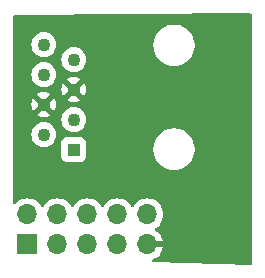
<source format=gbr>
%TF.GenerationSoftware,KiCad,Pcbnew,7.0.7*%
%TF.CreationDate,2023-11-14T16:51:01-06:00*%
%TF.ProjectId,Serial_To_RJ45,53657269-616c-45f5-946f-5f524a34352e,rev?*%
%TF.SameCoordinates,Original*%
%TF.FileFunction,Copper,L2,Bot*%
%TF.FilePolarity,Positive*%
%FSLAX46Y46*%
G04 Gerber Fmt 4.6, Leading zero omitted, Abs format (unit mm)*
G04 Created by KiCad (PCBNEW 7.0.7) date 2023-11-14 16:51:01*
%MOMM*%
%LPD*%
G01*
G04 APERTURE LIST*
%TA.AperFunction,ComponentPad*%
%ADD10R,1.700000X1.700000*%
%TD*%
%TA.AperFunction,ComponentPad*%
%ADD11O,1.700000X1.700000*%
%TD*%
%TA.AperFunction,ComponentPad*%
%ADD12R,1.100000X1.100000*%
%TD*%
%TA.AperFunction,ComponentPad*%
%ADD13C,1.100000*%
%TD*%
G04 APERTURE END LIST*
D10*
%TO.P,J2,1,Pin_1*%
%TO.N,unconnected-(J2-Pin_1-Pad1)*%
X194320416Y-122156440D03*
D11*
%TO.P,J2,2,Pin_2*%
%TO.N,unconnected-(J2-Pin_2-Pad2)*%
X194320416Y-119616440D03*
%TO.P,J2,3,Pin_3*%
%TO.N,/RXD*%
X196860416Y-122156440D03*
%TO.P,J2,4,Pin_4*%
%TO.N,unconnected-(J2-Pin_4-Pad4)*%
X196860416Y-119616440D03*
%TO.P,J2,5,Pin_5*%
%TO.N,/TXD*%
X199400416Y-122156440D03*
%TO.P,J2,6,Pin_6*%
%TO.N,unconnected-(J2-Pin_6-Pad6)*%
X199400416Y-119616440D03*
%TO.P,J2,7,Pin_7*%
%TO.N,unconnected-(J2-Pin_7-Pad7)*%
X201940416Y-122156440D03*
%TO.P,J2,8,Pin_8*%
%TO.N,unconnected-(J2-Pin_8-Pad8)*%
X201940416Y-119616440D03*
%TO.P,J2,9,Pin_9*%
%TO.N,GND*%
X204480416Y-122156440D03*
%TO.P,J2,10,Pin_10*%
%TO.N,unconnected-(J2-Pin_10-Pad10)*%
X204480416Y-119616440D03*
%TD*%
D12*
%TO.P,J1,1,1*%
%TO.N,unconnected-(J1-Pad1)*%
X198246446Y-114142053D03*
D13*
%TO.P,J1,2,2*%
%TO.N,unconnected-(J1-Pad2)*%
X195706446Y-112872053D03*
%TO.P,J1,3,3*%
%TO.N,/TXD*%
X198246446Y-111602053D03*
%TO.P,J1,4,4*%
%TO.N,GND*%
X195706446Y-110332053D03*
%TO.P,J1,5,5*%
X198246446Y-109062053D03*
%TO.P,J1,6,6*%
%TO.N,/RXD*%
X195706446Y-107792053D03*
%TO.P,J1,7,7*%
%TO.N,unconnected-(J1-Pad7)*%
X198246446Y-106522053D03*
%TO.P,J1,8,8*%
%TO.N,unconnected-(J1-Pad8)*%
X195706446Y-105252053D03*
%TD*%
%TA.AperFunction,Conductor*%
%TO.N,GND*%
G36*
X213267409Y-102620113D02*
G01*
X213313555Y-102672575D01*
X213325146Y-102724777D01*
X213349850Y-123772283D01*
X213330244Y-123839346D01*
X213277494Y-123885163D01*
X213222335Y-123896379D01*
X204999294Y-123663173D01*
X204932839Y-123641596D01*
X204888600Y-123587516D01*
X204880621Y-123518104D01*
X204911436Y-123455396D01*
X204950404Y-123426841D01*
X205157994Y-123330040D01*
X205351498Y-123194545D01*
X205518521Y-123027522D01*
X205654016Y-122834018D01*
X205753845Y-122619932D01*
X205753848Y-122619926D01*
X205811052Y-122406440D01*
X205093763Y-122406440D01*
X205026724Y-122386755D01*
X204980969Y-122333951D01*
X204971025Y-122264793D01*
X204974785Y-122247507D01*
X204980416Y-122228328D01*
X204980416Y-122084551D01*
X204974785Y-122065373D01*
X204974786Y-121995504D01*
X205012561Y-121936726D01*
X205076117Y-121907702D01*
X205093763Y-121906440D01*
X205811052Y-121906440D01*
X205811051Y-121906439D01*
X205753848Y-121692953D01*
X205753845Y-121692947D01*
X205654016Y-121478862D01*
X205654015Y-121478860D01*
X205518529Y-121285366D01*
X205518524Y-121285360D01*
X205351494Y-121118330D01*
X205165821Y-120988319D01*
X205122196Y-120933742D01*
X205115004Y-120864244D01*
X205146526Y-120801889D01*
X205165822Y-120785170D01*
X205166259Y-120784864D01*
X205351817Y-120654935D01*
X205518911Y-120487841D01*
X205654451Y-120294270D01*
X205754319Y-120080103D01*
X205815479Y-119851848D01*
X205836075Y-119616440D01*
X205815479Y-119381032D01*
X205754319Y-119152777D01*
X205654451Y-118938611D01*
X205648841Y-118930598D01*
X205518910Y-118745037D01*
X205351818Y-118577946D01*
X205351811Y-118577941D01*
X205158250Y-118442407D01*
X205158246Y-118442405D01*
X205158245Y-118442404D01*
X204944079Y-118342537D01*
X204944075Y-118342536D01*
X204944071Y-118342534D01*
X204715829Y-118281378D01*
X204715819Y-118281376D01*
X204480417Y-118260781D01*
X204480415Y-118260781D01*
X204245012Y-118281376D01*
X204245002Y-118281378D01*
X204016760Y-118342534D01*
X204016751Y-118342538D01*
X203802587Y-118442404D01*
X203802585Y-118442405D01*
X203609013Y-118577945D01*
X203441924Y-118745034D01*
X203311990Y-118930599D01*
X203257413Y-118974224D01*
X203187914Y-118981416D01*
X203125560Y-118949894D01*
X203108840Y-118930598D01*
X202978910Y-118745037D01*
X202811818Y-118577946D01*
X202811811Y-118577941D01*
X202618250Y-118442407D01*
X202618246Y-118442405D01*
X202618246Y-118442404D01*
X202404079Y-118342537D01*
X202404075Y-118342536D01*
X202404071Y-118342534D01*
X202175829Y-118281378D01*
X202175819Y-118281376D01*
X201940417Y-118260781D01*
X201940415Y-118260781D01*
X201705012Y-118281376D01*
X201705002Y-118281378D01*
X201476760Y-118342534D01*
X201476751Y-118342538D01*
X201262587Y-118442404D01*
X201262585Y-118442405D01*
X201069013Y-118577945D01*
X200901921Y-118745037D01*
X200771991Y-118930598D01*
X200717414Y-118974223D01*
X200647916Y-118981417D01*
X200585561Y-118949894D01*
X200568841Y-118930598D01*
X200438910Y-118745037D01*
X200271818Y-118577946D01*
X200271811Y-118577941D01*
X200078250Y-118442407D01*
X200078246Y-118442405D01*
X200078246Y-118442404D01*
X199864079Y-118342537D01*
X199864075Y-118342536D01*
X199864071Y-118342534D01*
X199635829Y-118281378D01*
X199635819Y-118281376D01*
X199400417Y-118260781D01*
X199400415Y-118260781D01*
X199165012Y-118281376D01*
X199165002Y-118281378D01*
X198936760Y-118342534D01*
X198936751Y-118342538D01*
X198722587Y-118442404D01*
X198722585Y-118442405D01*
X198529013Y-118577945D01*
X198361921Y-118745037D01*
X198231991Y-118930598D01*
X198177414Y-118974223D01*
X198107916Y-118981417D01*
X198045561Y-118949894D01*
X198028841Y-118930598D01*
X197898910Y-118745037D01*
X197731818Y-118577946D01*
X197731811Y-118577941D01*
X197538250Y-118442407D01*
X197538246Y-118442405D01*
X197538245Y-118442404D01*
X197324079Y-118342537D01*
X197324075Y-118342536D01*
X197324071Y-118342534D01*
X197095829Y-118281378D01*
X197095819Y-118281376D01*
X196860417Y-118260781D01*
X196860415Y-118260781D01*
X196625012Y-118281376D01*
X196625002Y-118281378D01*
X196396760Y-118342534D01*
X196396751Y-118342538D01*
X196182587Y-118442404D01*
X196182585Y-118442405D01*
X195989013Y-118577945D01*
X195821921Y-118745037D01*
X195691991Y-118930598D01*
X195637414Y-118974223D01*
X195567916Y-118981417D01*
X195505561Y-118949894D01*
X195488841Y-118930598D01*
X195358910Y-118745037D01*
X195191818Y-118577946D01*
X195191811Y-118577941D01*
X194998250Y-118442407D01*
X194998246Y-118442405D01*
X194998244Y-118442404D01*
X194784079Y-118342537D01*
X194784075Y-118342536D01*
X194784071Y-118342534D01*
X194555829Y-118281378D01*
X194555819Y-118281376D01*
X194320417Y-118260781D01*
X194320415Y-118260781D01*
X194085012Y-118281376D01*
X194085002Y-118281378D01*
X193856760Y-118342534D01*
X193856751Y-118342538D01*
X193642587Y-118442404D01*
X193642585Y-118442405D01*
X193449016Y-118577943D01*
X193298063Y-118728896D01*
X193236740Y-118762380D01*
X193167048Y-118757396D01*
X193111115Y-118715524D01*
X193086698Y-118650060D01*
X193086382Y-118640938D01*
X193095862Y-114739923D01*
X197195946Y-114739923D01*
X197195947Y-114739929D01*
X197202354Y-114799536D01*
X197252648Y-114934381D01*
X197252652Y-114934388D01*
X197338898Y-115049597D01*
X197338901Y-115049600D01*
X197454110Y-115135846D01*
X197454117Y-115135850D01*
X197588963Y-115186144D01*
X197588962Y-115186144D01*
X197595890Y-115186888D01*
X197648573Y-115192553D01*
X198844318Y-115192552D01*
X198903929Y-115186144D01*
X199038777Y-115135849D01*
X199153992Y-115049599D01*
X199240242Y-114934384D01*
X199290537Y-114799536D01*
X199296946Y-114739926D01*
X199296946Y-114228240D01*
X204995946Y-114228240D01*
X205016240Y-114362876D01*
X205035050Y-114487668D01*
X205035051Y-114487670D01*
X205035052Y-114487676D01*
X205112384Y-114738379D01*
X205226213Y-114974749D01*
X205226214Y-114974750D01*
X205226216Y-114974753D01*
X205226218Y-114974757D01*
X205336047Y-115135846D01*
X205374013Y-115191532D01*
X205552460Y-115383854D01*
X205552464Y-115383857D01*
X205552465Y-115383858D01*
X205757589Y-115547439D01*
X205984803Y-115678621D01*
X206229030Y-115774473D01*
X206484816Y-115832855D01*
X206484822Y-115832855D01*
X206484825Y-115832856D01*
X206680946Y-115847553D01*
X206680952Y-115847553D01*
X206811946Y-115847553D01*
X207008066Y-115832856D01*
X207008068Y-115832855D01*
X207008076Y-115832855D01*
X207263862Y-115774473D01*
X207508089Y-115678621D01*
X207735303Y-115547439D01*
X207940427Y-115383858D01*
X208118879Y-115191532D01*
X208266674Y-114974757D01*
X208380509Y-114738376D01*
X208457842Y-114487668D01*
X208496946Y-114228235D01*
X208496946Y-113965871D01*
X208457842Y-113706438D01*
X208380509Y-113455730D01*
X208329459Y-113349724D01*
X208266678Y-113219356D01*
X208266677Y-113219355D01*
X208266676Y-113219354D01*
X208266674Y-113219349D01*
X208118879Y-113002574D01*
X207997773Y-112872052D01*
X207940431Y-112810251D01*
X207900979Y-112778789D01*
X207735303Y-112646667D01*
X207508089Y-112515485D01*
X207263862Y-112419633D01*
X207263857Y-112419631D01*
X207263848Y-112419629D01*
X207046264Y-112369967D01*
X207008076Y-112361251D01*
X207008075Y-112361250D01*
X207008071Y-112361250D01*
X207008066Y-112361249D01*
X206811946Y-112346553D01*
X206811940Y-112346553D01*
X206680952Y-112346553D01*
X206680946Y-112346553D01*
X206484825Y-112361249D01*
X206484820Y-112361250D01*
X206229043Y-112419629D01*
X206229024Y-112419635D01*
X205984802Y-112515485D01*
X205757589Y-112646667D01*
X205552460Y-112810251D01*
X205374013Y-113002573D01*
X205226214Y-113219355D01*
X205226213Y-113219356D01*
X205112384Y-113455726D01*
X205035052Y-113706429D01*
X205035051Y-113706434D01*
X205035050Y-113706438D01*
X205020299Y-113804300D01*
X204995946Y-113965865D01*
X204995946Y-114228240D01*
X199296946Y-114228240D01*
X199296945Y-113544181D01*
X199290537Y-113484570D01*
X199280815Y-113458505D01*
X199240243Y-113349724D01*
X199240239Y-113349717D01*
X199153993Y-113234508D01*
X199153990Y-113234505D01*
X199038781Y-113148259D01*
X199038774Y-113148255D01*
X198903928Y-113097961D01*
X198903929Y-113097961D01*
X198844329Y-113091554D01*
X198844327Y-113091553D01*
X198844319Y-113091553D01*
X198844310Y-113091553D01*
X197648575Y-113091553D01*
X197648569Y-113091554D01*
X197588962Y-113097961D01*
X197454117Y-113148255D01*
X197454110Y-113148259D01*
X197338901Y-113234505D01*
X197338898Y-113234508D01*
X197252652Y-113349717D01*
X197252648Y-113349724D01*
X197202354Y-113484570D01*
X197195947Y-113544169D01*
X197195947Y-113544176D01*
X197195946Y-113544188D01*
X197195946Y-114739923D01*
X193095862Y-114739923D01*
X193100401Y-112872052D01*
X194650863Y-112872052D01*
X194671145Y-113077985D01*
X194701179Y-113176996D01*
X194731214Y-113276007D01*
X194828761Y-113458503D01*
X194828763Y-113458505D01*
X194960035Y-113618463D01*
X195056655Y-113697755D01*
X195119996Y-113749738D01*
X195302492Y-113847285D01*
X195500512Y-113907353D01*
X195500511Y-113907353D01*
X195518975Y-113909171D01*
X195706446Y-113927636D01*
X195912380Y-113907353D01*
X196110400Y-113847285D01*
X196292896Y-113749738D01*
X196452856Y-113618463D01*
X196584131Y-113458503D01*
X196681678Y-113276007D01*
X196741746Y-113077987D01*
X196762029Y-112872053D01*
X196741746Y-112666119D01*
X196681678Y-112468099D01*
X196584131Y-112285603D01*
X196504444Y-112188503D01*
X196452856Y-112125642D01*
X196335123Y-112029022D01*
X196292896Y-111994368D01*
X196110400Y-111896821D01*
X195912380Y-111836753D01*
X195912378Y-111836752D01*
X195912380Y-111836752D01*
X195724909Y-111818288D01*
X195706446Y-111816470D01*
X195706445Y-111816470D01*
X195500513Y-111836752D01*
X195302489Y-111896822D01*
X195192344Y-111955696D01*
X195119996Y-111994368D01*
X195119994Y-111994369D01*
X195119993Y-111994370D01*
X194960035Y-112125642D01*
X194828763Y-112285600D01*
X194731215Y-112468096D01*
X194671145Y-112666120D01*
X194650863Y-112872052D01*
X193100401Y-112872052D01*
X193103487Y-111602052D01*
X197190863Y-111602052D01*
X197211145Y-111807985D01*
X197219872Y-111836753D01*
X197271214Y-112006007D01*
X197368761Y-112188503D01*
X197368763Y-112188505D01*
X197500035Y-112348463D01*
X197586757Y-112419633D01*
X197659996Y-112479738D01*
X197842492Y-112577285D01*
X198040512Y-112637353D01*
X198040511Y-112637353D01*
X198058975Y-112639171D01*
X198246446Y-112657636D01*
X198452380Y-112637353D01*
X198650400Y-112577285D01*
X198832896Y-112479738D01*
X198992856Y-112348463D01*
X199124131Y-112188503D01*
X199221678Y-112006007D01*
X199281746Y-111807987D01*
X199302029Y-111602053D01*
X199281746Y-111396119D01*
X199221678Y-111198099D01*
X199124131Y-111015603D01*
X199010812Y-110877522D01*
X198992856Y-110855642D01*
X198846849Y-110735819D01*
X198832896Y-110724368D01*
X198650400Y-110626821D01*
X198452380Y-110566753D01*
X198452378Y-110566752D01*
X198452380Y-110566752D01*
X198246446Y-110546470D01*
X198040513Y-110566752D01*
X197842489Y-110626822D01*
X197732344Y-110685696D01*
X197659996Y-110724368D01*
X197659994Y-110724369D01*
X197659993Y-110724370D01*
X197500035Y-110855642D01*
X197368763Y-111015600D01*
X197271215Y-111198096D01*
X197211145Y-111396120D01*
X197190863Y-111602052D01*
X193103487Y-111602052D01*
X193106573Y-110332053D01*
X194651365Y-110332053D01*
X194671637Y-110537887D01*
X194731679Y-110735819D01*
X194807421Y-110877522D01*
X194807422Y-110877522D01*
X195243326Y-110441620D01*
X195304649Y-110408135D01*
X195374341Y-110413119D01*
X195430274Y-110454991D01*
X195442007Y-110474029D01*
X195462893Y-110515974D01*
X195462894Y-110515975D01*
X195545780Y-110591537D01*
X195551934Y-110593921D01*
X195607336Y-110636494D01*
X195630927Y-110702260D01*
X195615216Y-110770341D01*
X195594822Y-110797229D01*
X195160974Y-111231076D01*
X195302679Y-111306819D01*
X195500611Y-111366861D01*
X195706445Y-111387133D01*
X195912280Y-111366861D01*
X196110210Y-111306819D01*
X196251915Y-111231075D01*
X195816709Y-110795869D01*
X195783224Y-110734546D01*
X195788208Y-110664854D01*
X195830080Y-110608921D01*
X195839104Y-110602766D01*
X195912056Y-110557596D01*
X195979647Y-110468091D01*
X195979646Y-110468091D01*
X195986572Y-110458921D01*
X195989993Y-110461504D01*
X196022077Y-110426778D01*
X196089709Y-110409239D01*
X196156088Y-110431049D01*
X196173441Y-110445495D01*
X196605468Y-110877522D01*
X196681212Y-110735817D01*
X196741254Y-110537887D01*
X196761526Y-110332052D01*
X196741254Y-110126218D01*
X196681212Y-109928286D01*
X196605469Y-109786581D01*
X196605468Y-109786581D01*
X196169565Y-110222485D01*
X196108242Y-110255970D01*
X196038550Y-110250986D01*
X195982617Y-110209114D01*
X195970886Y-110190081D01*
X195949998Y-110148131D01*
X195949996Y-110148129D01*
X195867112Y-110072568D01*
X195867109Y-110072567D01*
X195860953Y-110070182D01*
X195805552Y-110027608D01*
X195781964Y-109961841D01*
X195797677Y-109893761D01*
X195818069Y-109866876D01*
X196251915Y-109433029D01*
X196251915Y-109433028D01*
X196110212Y-109357286D01*
X195912280Y-109297244D01*
X195706446Y-109276972D01*
X195500612Y-109297244D01*
X195302680Y-109357287D01*
X195160975Y-109433028D01*
X195160975Y-109433029D01*
X195596183Y-109868236D01*
X195629668Y-109929559D01*
X195624684Y-109999250D01*
X195582813Y-110055184D01*
X195573781Y-110061343D01*
X195500836Y-110106509D01*
X195426320Y-110205185D01*
X195422930Y-110202625D01*
X195390453Y-110237541D01*
X195322761Y-110254851D01*
X195256457Y-110232816D01*
X195239450Y-110218609D01*
X194807422Y-109786582D01*
X194807421Y-109786582D01*
X194731680Y-109928287D01*
X194671637Y-110126219D01*
X194651365Y-110332053D01*
X193106573Y-110332053D01*
X193109660Y-109062053D01*
X197191365Y-109062053D01*
X197211637Y-109267887D01*
X197271679Y-109465819D01*
X197347421Y-109607522D01*
X197347422Y-109607522D01*
X197783325Y-109171619D01*
X197844648Y-109138134D01*
X197914339Y-109143118D01*
X197970273Y-109184989D01*
X197982006Y-109204027D01*
X198002894Y-109245975D01*
X198085780Y-109321537D01*
X198091934Y-109323921D01*
X198147336Y-109366494D01*
X198170927Y-109432260D01*
X198155216Y-109500341D01*
X198134822Y-109527229D01*
X197700974Y-109961076D01*
X197842679Y-110036819D01*
X198040611Y-110096861D01*
X198246446Y-110117133D01*
X198452280Y-110096861D01*
X198650210Y-110036819D01*
X198791915Y-109961075D01*
X198356709Y-109525869D01*
X198323224Y-109464546D01*
X198328208Y-109394854D01*
X198370080Y-109338921D01*
X198379104Y-109332766D01*
X198452056Y-109287596D01*
X198519647Y-109198091D01*
X198519646Y-109198091D01*
X198526572Y-109188921D01*
X198529986Y-109191499D01*
X198562167Y-109156726D01*
X198629814Y-109139243D01*
X198696174Y-109161109D01*
X198713441Y-109175496D01*
X199145468Y-109607523D01*
X199221212Y-109465817D01*
X199281254Y-109267887D01*
X199301526Y-109062052D01*
X199281254Y-108856218D01*
X199221212Y-108658286D01*
X199145469Y-108516581D01*
X199145468Y-108516581D01*
X198709565Y-108952485D01*
X198648242Y-108985970D01*
X198578550Y-108980986D01*
X198522617Y-108939114D01*
X198510886Y-108920081D01*
X198489998Y-108878131D01*
X198489996Y-108878129D01*
X198407112Y-108802568D01*
X198400954Y-108800183D01*
X198345553Y-108757610D01*
X198321963Y-108691843D01*
X198337675Y-108623763D01*
X198358068Y-108596876D01*
X198791915Y-108163029D01*
X198791915Y-108163028D01*
X198650212Y-108087286D01*
X198452280Y-108027244D01*
X198246445Y-108006972D01*
X198040612Y-108027244D01*
X197842680Y-108087287D01*
X197700975Y-108163028D01*
X197700975Y-108163029D01*
X198136181Y-108598237D01*
X198169666Y-108659560D01*
X198164682Y-108729252D01*
X198122810Y-108785185D01*
X198113779Y-108791344D01*
X198040836Y-108836509D01*
X197966320Y-108935185D01*
X197962930Y-108932625D01*
X197930453Y-108967541D01*
X197862761Y-108984851D01*
X197796457Y-108962816D01*
X197779450Y-108948609D01*
X197347422Y-108516582D01*
X197347421Y-108516582D01*
X197271680Y-108658287D01*
X197211637Y-108856219D01*
X197191365Y-109062053D01*
X193109660Y-109062053D01*
X193112746Y-107792053D01*
X194650863Y-107792053D01*
X194671145Y-107997985D01*
X194701179Y-108096997D01*
X194731214Y-108196007D01*
X194828761Y-108378503D01*
X194828763Y-108378505D01*
X194960035Y-108538463D01*
X195031213Y-108596876D01*
X195119996Y-108669738D01*
X195302492Y-108767285D01*
X195500512Y-108827353D01*
X195500511Y-108827353D01*
X195518975Y-108829171D01*
X195706446Y-108847636D01*
X195912380Y-108827353D01*
X196110400Y-108767285D01*
X196292896Y-108669738D01*
X196452856Y-108538463D01*
X196584131Y-108378503D01*
X196681678Y-108196007D01*
X196741746Y-107997987D01*
X196762029Y-107792053D01*
X196741746Y-107586119D01*
X196681678Y-107388099D01*
X196584131Y-107205603D01*
X196504444Y-107108503D01*
X196452856Y-107045642D01*
X196335123Y-106949022D01*
X196292896Y-106914368D01*
X196110400Y-106816821D01*
X195912380Y-106756753D01*
X195912378Y-106756752D01*
X195912380Y-106756752D01*
X195706446Y-106736470D01*
X195500513Y-106756752D01*
X195302489Y-106816822D01*
X195192344Y-106875696D01*
X195119996Y-106914368D01*
X195119994Y-106914369D01*
X195119993Y-106914370D01*
X194960035Y-107045642D01*
X194828763Y-107205600D01*
X194731215Y-107388096D01*
X194671145Y-107586120D01*
X194650863Y-107792053D01*
X193112746Y-107792053D01*
X193115833Y-106522052D01*
X197190863Y-106522052D01*
X197211145Y-106727985D01*
X197219872Y-106756753D01*
X197271214Y-106926007D01*
X197368761Y-107108503D01*
X197368763Y-107108505D01*
X197500035Y-107268463D01*
X197596655Y-107347755D01*
X197659996Y-107399738D01*
X197842492Y-107497285D01*
X198040512Y-107557353D01*
X198040511Y-107557353D01*
X198058975Y-107559171D01*
X198246446Y-107577636D01*
X198452380Y-107557353D01*
X198650400Y-107497285D01*
X198832896Y-107399738D01*
X198992856Y-107268463D01*
X199124131Y-107108503D01*
X199221678Y-106926007D01*
X199281746Y-106727987D01*
X199302029Y-106522053D01*
X199281746Y-106316119D01*
X199221678Y-106118099D01*
X199124131Y-105935603D01*
X199044444Y-105838503D01*
X198992856Y-105775642D01*
X198875123Y-105679022D01*
X198832896Y-105644368D01*
X198650400Y-105546821D01*
X198452380Y-105486753D01*
X198452378Y-105486752D01*
X198452380Y-105486752D01*
X198264909Y-105468288D01*
X198246446Y-105466470D01*
X198246445Y-105466470D01*
X198040513Y-105486752D01*
X197842489Y-105546822D01*
X197732344Y-105605696D01*
X197659996Y-105644368D01*
X197659994Y-105644369D01*
X197659993Y-105644370D01*
X197500035Y-105775642D01*
X197368763Y-105935600D01*
X197368761Y-105935603D01*
X197335161Y-105998463D01*
X197271215Y-106118096D01*
X197211145Y-106316120D01*
X197190863Y-106522052D01*
X193115833Y-106522052D01*
X193118919Y-105252052D01*
X194650863Y-105252052D01*
X194671145Y-105457985D01*
X194679872Y-105486753D01*
X194731214Y-105656007D01*
X194828761Y-105838503D01*
X194828763Y-105838505D01*
X194960035Y-105998463D01*
X195056655Y-106077755D01*
X195119996Y-106129738D01*
X195302492Y-106227285D01*
X195500512Y-106287353D01*
X195500511Y-106287353D01*
X195520794Y-106289350D01*
X195706446Y-106307636D01*
X195912380Y-106287353D01*
X196110400Y-106227285D01*
X196292896Y-106129738D01*
X196452856Y-105998463D01*
X196584131Y-105838503D01*
X196681678Y-105656007D01*
X196741746Y-105457987D01*
X196744676Y-105428240D01*
X204995946Y-105428240D01*
X205000430Y-105457985D01*
X205035050Y-105687668D01*
X205035051Y-105687670D01*
X205035052Y-105687676D01*
X205112384Y-105938379D01*
X205226213Y-106174749D01*
X205226214Y-106174750D01*
X205226216Y-106174753D01*
X205226218Y-106174757D01*
X205302985Y-106287353D01*
X205374013Y-106391532D01*
X205552460Y-106583854D01*
X205552464Y-106583857D01*
X205552465Y-106583858D01*
X205757589Y-106747439D01*
X205984803Y-106878621D01*
X206229030Y-106974473D01*
X206484816Y-107032855D01*
X206484822Y-107032855D01*
X206484825Y-107032856D01*
X206680946Y-107047553D01*
X206680952Y-107047553D01*
X206811946Y-107047553D01*
X207008066Y-107032856D01*
X207008068Y-107032855D01*
X207008076Y-107032855D01*
X207263862Y-106974473D01*
X207508089Y-106878621D01*
X207735303Y-106747439D01*
X207940427Y-106583858D01*
X208118879Y-106391532D01*
X208266674Y-106174757D01*
X208380509Y-105938376D01*
X208457842Y-105687668D01*
X208496946Y-105428235D01*
X208496946Y-105165871D01*
X208457842Y-104906438D01*
X208380509Y-104655730D01*
X208308231Y-104505643D01*
X208266678Y-104419356D01*
X208266677Y-104419355D01*
X208266676Y-104419354D01*
X208266674Y-104419349D01*
X208118879Y-104202574D01*
X208108887Y-104191806D01*
X207940431Y-104010251D01*
X207900979Y-103978789D01*
X207735303Y-103846667D01*
X207508089Y-103715485D01*
X207263862Y-103619633D01*
X207263857Y-103619631D01*
X207263848Y-103619629D01*
X207046264Y-103569967D01*
X207008076Y-103561251D01*
X207008075Y-103561250D01*
X207008071Y-103561250D01*
X207008066Y-103561249D01*
X206811946Y-103546553D01*
X206811940Y-103546553D01*
X206680952Y-103546553D01*
X206680946Y-103546553D01*
X206484825Y-103561249D01*
X206484820Y-103561250D01*
X206229043Y-103619629D01*
X206229024Y-103619635D01*
X205984802Y-103715485D01*
X205757589Y-103846667D01*
X205552460Y-104010251D01*
X205374013Y-104202573D01*
X205226214Y-104419355D01*
X205226213Y-104419356D01*
X205112384Y-104655726D01*
X205035052Y-104906429D01*
X205035051Y-104906434D01*
X205035050Y-104906438D01*
X205020299Y-105004300D01*
X204995946Y-105165865D01*
X204995946Y-105428240D01*
X196744676Y-105428240D01*
X196762029Y-105252053D01*
X196741746Y-105046119D01*
X196681678Y-104848099D01*
X196584131Y-104665603D01*
X196532148Y-104602262D01*
X196452856Y-104505642D01*
X196292898Y-104374370D01*
X196292899Y-104374370D01*
X196292896Y-104374368D01*
X196110400Y-104276821D01*
X195912380Y-104216753D01*
X195912378Y-104216752D01*
X195912380Y-104216752D01*
X195706446Y-104196470D01*
X195500513Y-104216752D01*
X195302489Y-104276822D01*
X195192344Y-104335696D01*
X195119996Y-104374368D01*
X195119994Y-104374369D01*
X195119993Y-104374370D01*
X194960035Y-104505642D01*
X194828763Y-104665600D01*
X194731215Y-104848096D01*
X194671145Y-105046120D01*
X194650863Y-105252052D01*
X193118919Y-105252052D01*
X193124701Y-102872781D01*
X193144549Y-102805792D01*
X193197464Y-102760166D01*
X193247778Y-102749088D01*
X213200226Y-102600926D01*
X213267409Y-102620113D01*
G37*
%TD.AperFunction*%
%TD*%
M02*

</source>
